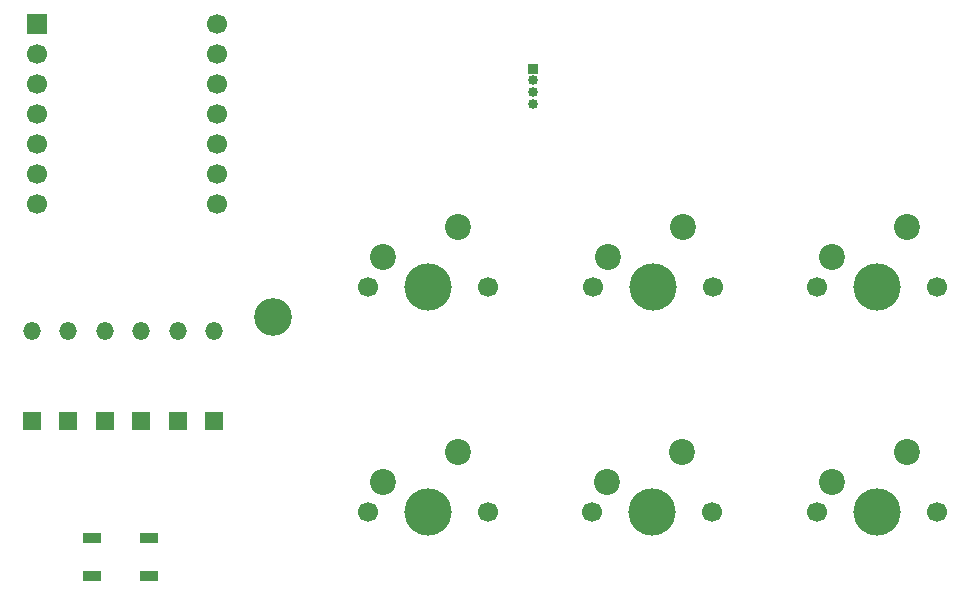
<source format=gbr>
%TF.GenerationSoftware,KiCad,Pcbnew,8.0.4-8.0.4-0~ubuntu22.04.1*%
%TF.CreationDate,2024-10-21T19:34:48-04:00*%
%TF.ProjectId,macropad,6d616372-6f70-4616-942e-6b696361645f,rev?*%
%TF.SameCoordinates,Original*%
%TF.FileFunction,Soldermask,Top*%
%TF.FilePolarity,Negative*%
%FSLAX46Y46*%
G04 Gerber Fmt 4.6, Leading zero omitted, Abs format (unit mm)*
G04 Created by KiCad (PCBNEW 8.0.4-8.0.4-0~ubuntu22.04.1) date 2024-10-21 19:34:48*
%MOMM*%
%LPD*%
G01*
G04 APERTURE LIST*
%ADD10R,1.500000X1.500000*%
%ADD11O,1.500000X1.500000*%
%ADD12C,1.700000*%
%ADD13C,4.000000*%
%ADD14C,2.200000*%
%ADD15R,1.500000X0.900000*%
%ADD16C,3.200000*%
%ADD17R,1.700000X1.700000*%
%ADD18R,0.850000X0.850000*%
%ADD19O,0.850000X0.850000*%
G04 APERTURE END LIST*
D10*
%TO.C,D2*%
X104140000Y-105815000D03*
D11*
X104140000Y-98195000D03*
%TD*%
D12*
%TO.C,SW3*%
X129500000Y-113500000D03*
D13*
X134580000Y-113500000D03*
D12*
X139660000Y-113500000D03*
D14*
X137120000Y-108420000D03*
X130770000Y-110960000D03*
%TD*%
D10*
%TO.C,D5*%
X113410000Y-105815000D03*
D11*
X113410000Y-98195000D03*
%TD*%
D12*
%TO.C,SW7*%
X167500000Y-113500000D03*
D13*
X172580000Y-113500000D03*
D12*
X177660000Y-113500000D03*
D14*
X175120000Y-108420000D03*
X168770000Y-110960000D03*
%TD*%
D10*
%TO.C,D1*%
X101050000Y-105815000D03*
D11*
X101050000Y-98195000D03*
%TD*%
D15*
%TO.C,D7*%
X111000000Y-119000000D03*
X111000000Y-115700000D03*
X106100000Y-115700000D03*
X106100000Y-119000000D03*
%TD*%
D10*
%TO.C,D6*%
X110320000Y-105815000D03*
D11*
X110320000Y-98195000D03*
%TD*%
D16*
%TO.C,REF\u002A\u002A*%
X121500000Y-97000000D03*
%TD*%
D12*
%TO.C,SW4*%
X148580000Y-94500000D03*
D13*
X153660000Y-94500000D03*
D12*
X158740000Y-94500000D03*
D14*
X156200000Y-89420000D03*
X149850000Y-91960000D03*
%TD*%
D12*
%TO.C,SW6*%
X167500000Y-94500000D03*
D13*
X172580000Y-94500000D03*
D12*
X177660000Y-94500000D03*
D14*
X175120000Y-89420000D03*
X168770000Y-91960000D03*
%TD*%
D12*
%TO.C,SW5*%
X148500000Y-113500000D03*
D13*
X153580000Y-113500000D03*
D12*
X158660000Y-113500000D03*
D14*
X156120000Y-108420000D03*
X149770000Y-110960000D03*
%TD*%
D10*
%TO.C,D3*%
X107230000Y-105815000D03*
D11*
X107230000Y-98195000D03*
%TD*%
D10*
%TO.C,D4*%
X116500000Y-105815000D03*
D11*
X116500000Y-98195000D03*
%TD*%
D12*
%TO.C,SW2*%
X129500000Y-94500000D03*
D13*
X134580000Y-94500000D03*
D12*
X139660000Y-94500000D03*
D14*
X137120000Y-89420000D03*
X130770000Y-91960000D03*
%TD*%
D17*
%TO.C,U1*%
X101500000Y-72260000D03*
D12*
X101500000Y-74800000D03*
X101500000Y-77340000D03*
X101500000Y-79880000D03*
X101500000Y-82420000D03*
X101500000Y-84960000D03*
X101500000Y-87500000D03*
X116750000Y-87500000D03*
X116750000Y-84960000D03*
X116750000Y-82420000D03*
X116750000Y-79880000D03*
X116750000Y-77340000D03*
X116750000Y-74800000D03*
X116750000Y-72260000D03*
%TD*%
D18*
%TO.C,J1*%
X143500000Y-76000000D03*
D19*
X143500000Y-77000000D03*
X143500000Y-78000000D03*
X143500000Y-79000000D03*
%TD*%
M02*

</source>
